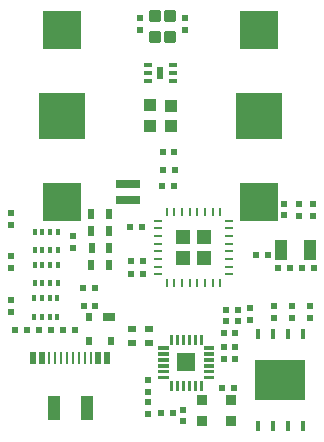
<source format=gbr>
G04 EAGLE Gerber RS-274X export*
G75*
%MOMM*%
%FSLAX34Y34*%
%LPD*%
%INSolderpaste Top*%
%IPPOS*%
%AMOC8*
5,1,8,0,0,1.08239X$1,22.5*%
G01*
%ADD10R,0.600000X0.500000*%
%ADD11R,0.600000X0.900000*%
%ADD12R,0.500000X0.600000*%
%ADD13R,1.000000X1.800000*%
%ADD14R,0.700000X0.250000*%
%ADD15R,0.250000X0.700000*%
%ADD16R,1.300000X1.300000*%
%ADD17R,1.016000X0.711200*%
%ADD18R,0.609600X0.685800*%
%ADD19R,1.580000X1.580000*%
%ADD20C,0.067500*%
%ADD21R,0.800000X0.600000*%
%ADD22R,0.450000X0.950000*%
%ADD23R,4.350000X3.450000*%
%ADD24C,0.300000*%
%ADD25R,0.520000X1.000000*%
%ADD26R,0.270000X1.000000*%
%ADD27R,1.000000X2.000000*%
%ADD28R,0.450000X0.600000*%
%ADD29R,0.890000X0.940000*%
%ADD30R,1.080000X1.050000*%
%ADD31R,0.632000X1.012000*%
%ADD32R,0.660000X0.320000*%
%ADD33R,2.000000X0.650000*%
%ADD34R,3.960000X3.960000*%
%ADD35R,3.180000X3.180000*%


D10*
X217544Y98106D03*
X217544Y108106D03*
D11*
X97994Y173301D03*
X82994Y173301D03*
D10*
X207400Y106995D03*
X207400Y96995D03*
D12*
X153137Y212039D03*
X143137Y212039D03*
X222792Y153458D03*
X232792Y153458D03*
D11*
X97978Y187764D03*
X82978Y187764D03*
D10*
X197240Y106995D03*
X197240Y96995D03*
D12*
X125610Y177339D03*
X115610Y177339D03*
D11*
X98164Y158987D03*
X83164Y158987D03*
X98079Y144759D03*
X83079Y144759D03*
D12*
X241035Y142173D03*
X251035Y142173D03*
X271199Y142133D03*
X261199Y142133D03*
D13*
X268486Y157437D03*
X243486Y157437D03*
D14*
X199440Y136810D03*
X199440Y143310D03*
X199440Y149810D03*
X199440Y156310D03*
X199440Y162810D03*
X199440Y169310D03*
X199440Y175810D03*
X199440Y182310D03*
D15*
X192190Y189560D03*
X185690Y189560D03*
X179190Y189560D03*
X172690Y189560D03*
X166190Y189560D03*
X159690Y189560D03*
X153190Y189560D03*
X146690Y189560D03*
D14*
X139440Y182310D03*
X139440Y175810D03*
X139440Y169310D03*
X139440Y162810D03*
X139440Y156310D03*
X139440Y149810D03*
X139440Y143310D03*
X139440Y136810D03*
D15*
X146690Y129560D03*
X153190Y129560D03*
X159690Y129560D03*
X166190Y129560D03*
X172690Y129560D03*
X179190Y129560D03*
X185690Y129560D03*
X192190Y129560D03*
D16*
X178440Y150560D03*
X178440Y168560D03*
X160440Y168560D03*
X160440Y150560D03*
D17*
X97973Y100467D03*
D18*
X80955Y100467D03*
X80955Y80147D03*
X99751Y80147D03*
D12*
X203472Y40670D03*
X193472Y40670D03*
D19*
X163070Y62405D03*
D20*
X174557Y77792D02*
X174557Y85718D01*
X176583Y85718D01*
X176583Y77792D01*
X174557Y77792D01*
X174557Y78433D02*
X176583Y78433D01*
X176583Y79074D02*
X174557Y79074D01*
X174557Y79715D02*
X176583Y79715D01*
X176583Y80356D02*
X174557Y80356D01*
X174557Y80997D02*
X176583Y80997D01*
X176583Y81638D02*
X174557Y81638D01*
X174557Y82279D02*
X176583Y82279D01*
X176583Y82920D02*
X174557Y82920D01*
X174557Y83561D02*
X176583Y83561D01*
X176583Y84202D02*
X174557Y84202D01*
X174557Y84843D02*
X176583Y84843D01*
X176583Y85484D02*
X174557Y85484D01*
X169557Y85718D02*
X169557Y77792D01*
X169557Y85718D02*
X171583Y85718D01*
X171583Y77792D01*
X169557Y77792D01*
X169557Y78433D02*
X171583Y78433D01*
X171583Y79074D02*
X169557Y79074D01*
X169557Y79715D02*
X171583Y79715D01*
X171583Y80356D02*
X169557Y80356D01*
X169557Y80997D02*
X171583Y80997D01*
X171583Y81638D02*
X169557Y81638D01*
X169557Y82279D02*
X171583Y82279D01*
X171583Y82920D02*
X169557Y82920D01*
X169557Y83561D02*
X171583Y83561D01*
X171583Y84202D02*
X169557Y84202D01*
X169557Y84843D02*
X171583Y84843D01*
X171583Y85484D02*
X169557Y85484D01*
X164557Y85718D02*
X164557Y77792D01*
X164557Y85718D02*
X166583Y85718D01*
X166583Y77792D01*
X164557Y77792D01*
X164557Y78433D02*
X166583Y78433D01*
X166583Y79074D02*
X164557Y79074D01*
X164557Y79715D02*
X166583Y79715D01*
X166583Y80356D02*
X164557Y80356D01*
X164557Y80997D02*
X166583Y80997D01*
X166583Y81638D02*
X164557Y81638D01*
X164557Y82279D02*
X166583Y82279D01*
X166583Y82920D02*
X164557Y82920D01*
X164557Y83561D02*
X166583Y83561D01*
X166583Y84202D02*
X164557Y84202D01*
X164557Y84843D02*
X166583Y84843D01*
X166583Y85484D02*
X164557Y85484D01*
X159557Y85718D02*
X159557Y77792D01*
X159557Y85718D02*
X161583Y85718D01*
X161583Y77792D01*
X159557Y77792D01*
X159557Y78433D02*
X161583Y78433D01*
X161583Y79074D02*
X159557Y79074D01*
X159557Y79715D02*
X161583Y79715D01*
X161583Y80356D02*
X159557Y80356D01*
X159557Y80997D02*
X161583Y80997D01*
X161583Y81638D02*
X159557Y81638D01*
X159557Y82279D02*
X161583Y82279D01*
X161583Y82920D02*
X159557Y82920D01*
X159557Y83561D02*
X161583Y83561D01*
X161583Y84202D02*
X159557Y84202D01*
X159557Y84843D02*
X161583Y84843D01*
X161583Y85484D02*
X159557Y85484D01*
X154557Y85718D02*
X154557Y77792D01*
X154557Y85718D02*
X156583Y85718D01*
X156583Y77792D01*
X154557Y77792D01*
X154557Y78433D02*
X156583Y78433D01*
X156583Y79074D02*
X154557Y79074D01*
X154557Y79715D02*
X156583Y79715D01*
X156583Y80356D02*
X154557Y80356D01*
X154557Y80997D02*
X156583Y80997D01*
X156583Y81638D02*
X154557Y81638D01*
X154557Y82279D02*
X156583Y82279D01*
X156583Y82920D02*
X154557Y82920D01*
X154557Y83561D02*
X156583Y83561D01*
X156583Y84202D02*
X154557Y84202D01*
X154557Y84843D02*
X156583Y84843D01*
X156583Y85484D02*
X154557Y85484D01*
X149557Y85718D02*
X149557Y77792D01*
X149557Y85718D02*
X151583Y85718D01*
X151583Y77792D01*
X149557Y77792D01*
X149557Y78433D02*
X151583Y78433D01*
X151583Y79074D02*
X149557Y79074D01*
X149557Y79715D02*
X151583Y79715D01*
X151583Y80356D02*
X149557Y80356D01*
X149557Y80997D02*
X151583Y80997D01*
X151583Y81638D02*
X149557Y81638D01*
X149557Y82279D02*
X151583Y82279D01*
X151583Y82920D02*
X149557Y82920D01*
X149557Y83561D02*
X151583Y83561D01*
X151583Y84202D02*
X149557Y84202D01*
X149557Y84843D02*
X151583Y84843D01*
X151583Y85484D02*
X149557Y85484D01*
X147683Y73892D02*
X139757Y73892D01*
X139757Y75918D01*
X147683Y75918D01*
X147683Y73892D01*
X147683Y74533D02*
X139757Y74533D01*
X139757Y75174D02*
X147683Y75174D01*
X147683Y75815D02*
X139757Y75815D01*
X139757Y68892D02*
X147683Y68892D01*
X139757Y68892D02*
X139757Y70918D01*
X147683Y70918D01*
X147683Y68892D01*
X147683Y69533D02*
X139757Y69533D01*
X139757Y70174D02*
X147683Y70174D01*
X147683Y70815D02*
X139757Y70815D01*
X139757Y63892D02*
X147683Y63892D01*
X139757Y63892D02*
X139757Y65918D01*
X147683Y65918D01*
X147683Y63892D01*
X147683Y64533D02*
X139757Y64533D01*
X139757Y65174D02*
X147683Y65174D01*
X147683Y65815D02*
X139757Y65815D01*
X139757Y58892D02*
X147683Y58892D01*
X139757Y58892D02*
X139757Y60918D01*
X147683Y60918D01*
X147683Y58892D01*
X147683Y59533D02*
X139757Y59533D01*
X139757Y60174D02*
X147683Y60174D01*
X147683Y60815D02*
X139757Y60815D01*
X139757Y53892D02*
X147683Y53892D01*
X139757Y53892D02*
X139757Y55918D01*
X147683Y55918D01*
X147683Y53892D01*
X147683Y54533D02*
X139757Y54533D01*
X139757Y55174D02*
X147683Y55174D01*
X147683Y55815D02*
X139757Y55815D01*
X139757Y48892D02*
X147683Y48892D01*
X139757Y48892D02*
X139757Y50918D01*
X147683Y50918D01*
X147683Y48892D01*
X147683Y49533D02*
X139757Y49533D01*
X139757Y50174D02*
X147683Y50174D01*
X147683Y50815D02*
X139757Y50815D01*
X149557Y47018D02*
X149557Y39092D01*
X149557Y47018D02*
X151583Y47018D01*
X151583Y39092D01*
X149557Y39092D01*
X149557Y39733D02*
X151583Y39733D01*
X151583Y40374D02*
X149557Y40374D01*
X149557Y41015D02*
X151583Y41015D01*
X151583Y41656D02*
X149557Y41656D01*
X149557Y42297D02*
X151583Y42297D01*
X151583Y42938D02*
X149557Y42938D01*
X149557Y43579D02*
X151583Y43579D01*
X151583Y44220D02*
X149557Y44220D01*
X149557Y44861D02*
X151583Y44861D01*
X151583Y45502D02*
X149557Y45502D01*
X149557Y46143D02*
X151583Y46143D01*
X151583Y46784D02*
X149557Y46784D01*
X154557Y47018D02*
X154557Y39092D01*
X154557Y47018D02*
X156583Y47018D01*
X156583Y39092D01*
X154557Y39092D01*
X154557Y39733D02*
X156583Y39733D01*
X156583Y40374D02*
X154557Y40374D01*
X154557Y41015D02*
X156583Y41015D01*
X156583Y41656D02*
X154557Y41656D01*
X154557Y42297D02*
X156583Y42297D01*
X156583Y42938D02*
X154557Y42938D01*
X154557Y43579D02*
X156583Y43579D01*
X156583Y44220D02*
X154557Y44220D01*
X154557Y44861D02*
X156583Y44861D01*
X156583Y45502D02*
X154557Y45502D01*
X154557Y46143D02*
X156583Y46143D01*
X156583Y46784D02*
X154557Y46784D01*
X159557Y47018D02*
X159557Y39092D01*
X159557Y47018D02*
X161583Y47018D01*
X161583Y39092D01*
X159557Y39092D01*
X159557Y39733D02*
X161583Y39733D01*
X161583Y40374D02*
X159557Y40374D01*
X159557Y41015D02*
X161583Y41015D01*
X161583Y41656D02*
X159557Y41656D01*
X159557Y42297D02*
X161583Y42297D01*
X161583Y42938D02*
X159557Y42938D01*
X159557Y43579D02*
X161583Y43579D01*
X161583Y44220D02*
X159557Y44220D01*
X159557Y44861D02*
X161583Y44861D01*
X161583Y45502D02*
X159557Y45502D01*
X159557Y46143D02*
X161583Y46143D01*
X161583Y46784D02*
X159557Y46784D01*
X164557Y47018D02*
X164557Y39092D01*
X164557Y47018D02*
X166583Y47018D01*
X166583Y39092D01*
X164557Y39092D01*
X164557Y39733D02*
X166583Y39733D01*
X166583Y40374D02*
X164557Y40374D01*
X164557Y41015D02*
X166583Y41015D01*
X166583Y41656D02*
X164557Y41656D01*
X164557Y42297D02*
X166583Y42297D01*
X166583Y42938D02*
X164557Y42938D01*
X164557Y43579D02*
X166583Y43579D01*
X166583Y44220D02*
X164557Y44220D01*
X164557Y44861D02*
X166583Y44861D01*
X166583Y45502D02*
X164557Y45502D01*
X164557Y46143D02*
X166583Y46143D01*
X166583Y46784D02*
X164557Y46784D01*
X169557Y47018D02*
X169557Y39092D01*
X169557Y47018D02*
X171583Y47018D01*
X171583Y39092D01*
X169557Y39092D01*
X169557Y39733D02*
X171583Y39733D01*
X171583Y40374D02*
X169557Y40374D01*
X169557Y41015D02*
X171583Y41015D01*
X171583Y41656D02*
X169557Y41656D01*
X169557Y42297D02*
X171583Y42297D01*
X171583Y42938D02*
X169557Y42938D01*
X169557Y43579D02*
X171583Y43579D01*
X171583Y44220D02*
X169557Y44220D01*
X169557Y44861D02*
X171583Y44861D01*
X171583Y45502D02*
X169557Y45502D01*
X169557Y46143D02*
X171583Y46143D01*
X171583Y46784D02*
X169557Y46784D01*
X174557Y47018D02*
X174557Y39092D01*
X174557Y47018D02*
X176583Y47018D01*
X176583Y39092D01*
X174557Y39092D01*
X174557Y39733D02*
X176583Y39733D01*
X176583Y40374D02*
X174557Y40374D01*
X174557Y41015D02*
X176583Y41015D01*
X176583Y41656D02*
X174557Y41656D01*
X174557Y42297D02*
X176583Y42297D01*
X176583Y42938D02*
X174557Y42938D01*
X174557Y43579D02*
X176583Y43579D01*
X176583Y44220D02*
X174557Y44220D01*
X174557Y44861D02*
X176583Y44861D01*
X176583Y45502D02*
X174557Y45502D01*
X174557Y46143D02*
X176583Y46143D01*
X176583Y46784D02*
X174557Y46784D01*
X178457Y48892D02*
X186383Y48892D01*
X178457Y48892D02*
X178457Y50918D01*
X186383Y50918D01*
X186383Y48892D01*
X186383Y49533D02*
X178457Y49533D01*
X178457Y50174D02*
X186383Y50174D01*
X186383Y50815D02*
X178457Y50815D01*
X178457Y53892D02*
X186383Y53892D01*
X178457Y53892D02*
X178457Y55918D01*
X186383Y55918D01*
X186383Y53892D01*
X186383Y54533D02*
X178457Y54533D01*
X178457Y55174D02*
X186383Y55174D01*
X186383Y55815D02*
X178457Y55815D01*
X178457Y58892D02*
X186383Y58892D01*
X178457Y58892D02*
X178457Y60918D01*
X186383Y60918D01*
X186383Y58892D01*
X186383Y59533D02*
X178457Y59533D01*
X178457Y60174D02*
X186383Y60174D01*
X186383Y60815D02*
X178457Y60815D01*
X178457Y63892D02*
X186383Y63892D01*
X178457Y63892D02*
X178457Y65918D01*
X186383Y65918D01*
X186383Y63892D01*
X186383Y64533D02*
X178457Y64533D01*
X178457Y65174D02*
X186383Y65174D01*
X186383Y65815D02*
X178457Y65815D01*
X178457Y68892D02*
X186383Y68892D01*
X178457Y68892D02*
X178457Y70918D01*
X186383Y70918D01*
X186383Y68892D01*
X186383Y69533D02*
X178457Y69533D01*
X178457Y70174D02*
X186383Y70174D01*
X186383Y70815D02*
X178457Y70815D01*
X178457Y73892D02*
X186383Y73892D01*
X178457Y73892D02*
X178457Y75918D01*
X186383Y75918D01*
X186383Y73892D01*
X186383Y74533D02*
X178457Y74533D01*
X178457Y75174D02*
X186383Y75174D01*
X186383Y75815D02*
X178457Y75815D01*
D10*
X130764Y28504D03*
X130764Y18504D03*
X160274Y22364D03*
X160274Y12364D03*
D12*
X152243Y19482D03*
X142243Y19482D03*
D10*
X130685Y47466D03*
X130685Y37466D03*
D12*
X204900Y75740D03*
X194900Y75740D03*
X204900Y65580D03*
X194900Y65580D03*
X204900Y86980D03*
X194900Y86980D03*
D21*
X131799Y78662D03*
X131799Y90662D03*
X117799Y90662D03*
X117799Y78662D03*
D10*
X237650Y110260D03*
X237650Y100260D03*
X252890Y110260D03*
X252890Y100260D03*
X268130Y110260D03*
X268130Y100260D03*
X15176Y105244D03*
X15176Y115244D03*
X259039Y186652D03*
X259039Y196652D03*
D22*
X224030Y8640D03*
X236730Y8640D03*
X249430Y8640D03*
X262130Y8640D03*
X262130Y86640D03*
X249430Y86640D03*
X236730Y86640D03*
X224030Y86640D03*
D23*
X243080Y47640D03*
D24*
X140351Y358900D02*
X133351Y358900D01*
X140351Y358900D02*
X140351Y351900D01*
X133351Y351900D01*
X133351Y358900D01*
X133351Y354750D02*
X140351Y354750D01*
X140351Y357600D02*
X133351Y357600D01*
X133351Y341360D02*
X140351Y341360D01*
X140351Y334360D01*
X133351Y334360D01*
X133351Y341360D01*
X133351Y337210D02*
X140351Y337210D01*
X140351Y340060D02*
X133351Y340060D01*
X146051Y358900D02*
X153051Y358900D01*
X153051Y351900D01*
X146051Y351900D01*
X146051Y358900D01*
X146051Y354750D02*
X153051Y354750D01*
X153051Y357600D02*
X146051Y357600D01*
X146051Y341360D02*
X153051Y341360D01*
X153051Y334360D01*
X146051Y334360D01*
X146051Y341360D01*
X146051Y337210D02*
X153051Y337210D01*
X153051Y340060D02*
X146051Y340060D01*
D12*
X126464Y148118D03*
X116464Y148118D03*
X126490Y136946D03*
X116490Y136946D03*
X76470Y110244D03*
X86470Y110244D03*
X86216Y125738D03*
X76216Y125738D03*
D10*
X15176Y188650D03*
X15176Y178650D03*
X15176Y152074D03*
X15176Y142074D03*
X67246Y159600D03*
X67246Y169600D03*
X124151Y344170D03*
X124151Y354170D03*
X162251Y344170D03*
X162251Y354170D03*
D12*
X68888Y89637D03*
X58888Y89637D03*
X143256Y240155D03*
X153256Y240155D03*
D10*
X270622Y196667D03*
X270622Y186667D03*
D12*
X153397Y225000D03*
X143397Y225000D03*
D10*
X246490Y186795D03*
X246490Y196795D03*
D12*
X28479Y89530D03*
X18479Y89530D03*
X38838Y89540D03*
X48838Y89540D03*
D25*
X33960Y65864D03*
X95960Y65864D03*
X41460Y65864D03*
X88460Y65864D03*
D26*
X47460Y65864D03*
X82460Y65864D03*
X52460Y65864D03*
X57460Y65864D03*
X62460Y65864D03*
X67460Y65864D03*
X72460Y65864D03*
X77460Y65864D03*
D27*
X50960Y23864D03*
X78960Y23864D03*
D28*
X54136Y116974D03*
X47636Y116974D03*
X41136Y116974D03*
X34636Y116974D03*
X34636Y100974D03*
X41136Y100974D03*
X47636Y100974D03*
X54136Y100974D03*
D29*
X201380Y30288D03*
X176580Y30288D03*
X176580Y12588D03*
X201380Y12588D03*
D28*
X54390Y145168D03*
X47890Y145168D03*
X41390Y145168D03*
X34890Y145168D03*
X34890Y129168D03*
X41390Y129168D03*
X47890Y129168D03*
X54390Y129168D03*
X54390Y173108D03*
X47890Y173108D03*
X41390Y173108D03*
X34890Y173108D03*
X34890Y157108D03*
X41390Y157108D03*
X47890Y157108D03*
X54390Y157108D03*
D30*
X150278Y279830D03*
X150278Y262330D03*
X132314Y280037D03*
X132314Y262537D03*
D31*
X141493Y307441D03*
D32*
X131243Y313941D03*
X131243Y307441D03*
X131243Y300941D03*
X151743Y300941D03*
X151743Y307441D03*
X151743Y313941D03*
D33*
X114237Y200205D03*
X114237Y213705D03*
D34*
X58500Y271000D03*
D35*
X58500Y198000D03*
X58500Y344000D03*
D34*
X224500Y271000D03*
D35*
X224500Y344000D03*
X224500Y198000D03*
M02*

</source>
